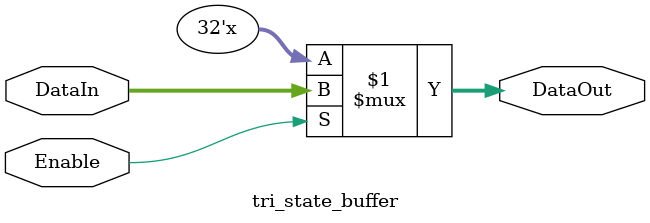
<source format=v>
module tri_state_buffer (input Enable, input [31:0] DataIn, output [31:0] DataOut);
	
	assign DataOut = Enable ? DataIn : 32'bzzzzzzzzzzzzzzzzzzzzzzzzzzzzzzzz;

endmodule

</source>
